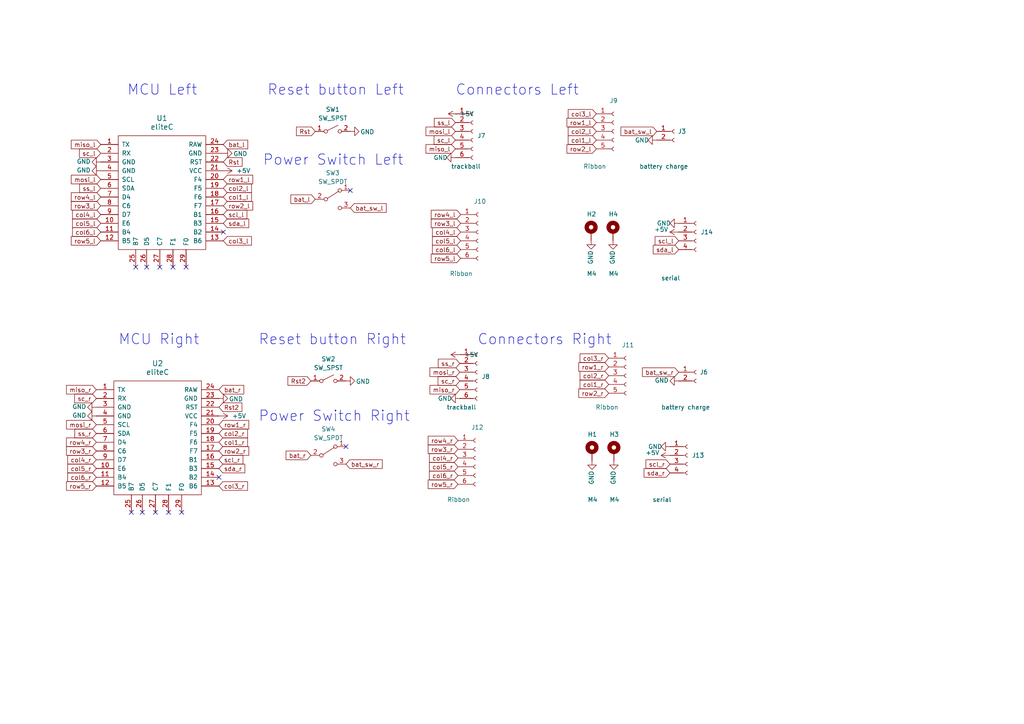
<source format=kicad_sch>
(kicad_sch (version 20230121) (generator eeschema)
  (paper "A4")
  (title_block (title "Elite-C holder") (date "2022-02-13") (rev "2.0") (company "BastardKB x KarlK90") (comment 1 "Licensed under CERN-OHL-W v2"))
  (lib_symbols
    (symbol "Connector:Conn_01x02_Female" (pin_names (offset 1.016) hide)
      (property "Reference" "J" (at 0 2.54 0))
      (property "Value" "Conn_01x02_Female" (at 0 -5.08 0))
      (symbol "Conn_01x02_Female_1_1"
        (arc (start 0 -2.032) (mid -0.5058 -2.54) (end 0 -3.048) (stroke (width 0.1524)))
        (polyline (pts (xy -1.27 -2.54) (xy -0.508 -2.54)) (stroke (width 0.1524)))
        (polyline (pts (xy -1.27 0) (xy -0.508 0)) (stroke (width 0.1524)))
        (arc (start 0 0.508) (mid -0.5058 0) (end 0 -0.508) (stroke (width 0.1524)))
        (pin passive line (at -5.08 0 0) (length 3.81) (name "Pin_1") (number "1"))
        (pin passive line (at -5.08 -2.54 0) (length 3.81) (name "Pin_2") (number "2"))
      )
    )
    (symbol "Connector:Conn_01x04_Female" (pin_names (offset 1.016) hide)
      (property "Reference" "J" (at 0 5.08 0))
      (property "Value" "Conn_01x04_Female" (at 0 -7.62 0))
      (symbol "Conn_01x04_Female_1_1"
        (arc (start 0 -4.572) (mid -0.5058 -5.08) (end 0 -5.588) (stroke (width 0.1524)))
        (arc (start 0 -2.032) (mid -0.5058 -2.54) (end 0 -3.048) (stroke (width 0.1524)))
        (polyline (pts (xy -1.27 -5.08) (xy -0.508 -5.08)) (stroke (width 0.1524)))
        (polyline (pts (xy -1.27 -2.54) (xy -0.508 -2.54)) (stroke (width 0.1524)))
        (polyline (pts (xy -1.27 0) (xy -0.508 0)) (stroke (width 0.1524)))
        (polyline (pts (xy -1.27 2.54) (xy -0.508 2.54)) (stroke (width 0.1524)))
        (arc (start 0 0.508) (mid -0.5058 0) (end 0 -0.508) (stroke (width 0.1524)))
        (arc (start 0 3.048) (mid -0.5058 2.54) (end 0 2.032) (stroke (width 0.1524)))
        (pin passive line (at -5.08 2.54 0) (length 3.81) (name "Pin_1") (number "1"))
        (pin passive line (at -5.08 0 0) (length 3.81) (name "Pin_2") (number "2"))
        (pin passive line (at -5.08 -2.54 0) (length 3.81) (name "Pin_3") (number "3"))
        (pin passive line (at -5.08 -5.08 0) (length 3.81) (name "Pin_4") (number "4"))
      )
    )
    (symbol "Connector:Conn_01x05_Female" (pin_names (offset 1.016) hide)
      (property "Reference" "J" (at 0 7.62 0))
      (property "Value" "Conn_01x05_Female" (at 0 -7.62 0))
      (symbol "Conn_01x05_Female_1_1"
        (arc (start 0 -4.572) (mid -0.5058 -5.08) (end 0 -5.588) (stroke (width 0.1524)))
        (arc (start 0 -2.032) (mid -0.5058 -2.54) (end 0 -3.048) (stroke (width 0.1524)))
        (polyline (pts (xy -1.27 -5.08) (xy -0.508 -5.08)) (stroke (width 0.1524)))
        (polyline (pts (xy -1.27 -2.54) (xy -0.508 -2.54)) (stroke (width 0.1524)))
        (polyline (pts (xy -1.27 0) (xy -0.508 0)) (stroke (width 0.1524)))
        (polyline (pts (xy -1.27 2.54) (xy -0.508 2.54)) (stroke (width 0.1524)))
        (polyline (pts (xy -1.27 5.08) (xy -0.508 5.08)) (stroke (width 0.1524)))
        (arc (start 0 0.508) (mid -0.5058 0) (end 0 -0.508) (stroke (width 0.1524)))
        (arc (start 0 3.048) (mid -0.5058 2.54) (end 0 2.032) (stroke (width 0.1524)))
        (arc (start 0 5.588) (mid -0.5058 5.08) (end 0 4.572) (stroke (width 0.1524)))
        (pin passive line (at -5.08 5.08 0) (length 3.81) (name "Pin_1") (number "1"))
        (pin passive line (at -5.08 2.54 0) (length 3.81) (name "Pin_2") (number "2"))
        (pin passive line (at -5.08 0 0) (length 3.81) (name "Pin_3") (number "3"))
        (pin passive line (at -5.08 -2.54 0) (length 3.81) (name "Pin_4") (number "4"))
        (pin passive line (at -5.08 -5.08 0) (length 3.81) (name "Pin_5") (number "5"))
      )
    )
    (symbol "Connector:Conn_01x06_Female" (pin_names (offset 1.016) hide)
      (property "Reference" "J" (at 0 7.62 0))
      (property "Value" "Conn_01x06_Female" (at 0 -10.16 0))
      (symbol "Conn_01x06_Female_1_1"
        (arc (start 0 -7.112) (mid -0.5058 -7.62) (end 0 -8.128) (stroke (width 0.1524)))
        (arc (start 0 -4.572) (mid -0.5058 -5.08) (end 0 -5.588) (stroke (width 0.1524)))
        (arc (start 0 -2.032) (mid -0.5058 -2.54) (end 0 -3.048) (stroke (width 0.1524)))
        (polyline (pts (xy -1.27 -7.62) (xy -0.508 -7.62)) (stroke (width 0.1524)))
        (polyline (pts (xy -1.27 -5.08) (xy -0.508 -5.08)) (stroke (width 0.1524)))
        (polyline (pts (xy -1.27 -2.54) (xy -0.508 -2.54)) (stroke (width 0.1524)))
        (polyline (pts (xy -1.27 0) (xy -0.508 0)) (stroke (width 0.1524)))
        (polyline (pts (xy -1.27 2.54) (xy -0.508 2.54)) (stroke (width 0.1524)))
        (polyline (pts (xy -1.27 5.08) (xy -0.508 5.08)) (stroke (width 0.1524)))
        (arc (start 0 0.508) (mid -0.5058 0) (end 0 -0.508) (stroke (width 0.1524)))
        (arc (start 0 3.048) (mid -0.5058 2.54) (end 0 2.032) (stroke (width 0.1524)))
        (arc (start 0 5.588) (mid -0.5058 5.08) (end 0 4.572) (stroke (width 0.1524)))
        (pin passive line (at -5.08 5.08 0) (length 3.81) (name "Pin_1") (number "1"))
        (pin passive line (at -5.08 2.54 0) (length 3.81) (name "Pin_2") (number "2"))
        (pin passive line (at -5.08 0 0) (length 3.81) (name "Pin_3") (number "3"))
        (pin passive line (at -5.08 -2.54 0) (length 3.81) (name "Pin_4") (number "4"))
        (pin passive line (at -5.08 -5.08 0) (length 3.81) (name "Pin_5") (number "5"))
        (pin passive line (at -5.08 -7.62 0) (length 3.81) (name "Pin_6") (number "6"))
      )
    )
    (symbol "Mechanical:MountingHole_Pad" (pin_numbers hide) (pin_names (offset 1.016) hide)
      (property "Reference" "H" (at 0 6.35 0))
      (property "Value" "MountingHole_Pad" (at 0 4.445 0))
      (symbol "MountingHole_Pad_0_1"
        (circle (center 0 1.27) (radius 1.27) (stroke (width 1.27)))
      )
      (symbol "MountingHole_Pad_1_1"
        (pin input line (at 0 -2.54 90) (length 2.54) (name "1") (number "1"))
      )
    )
    (symbol "Switch:SW_SPDT" (pin_names (offset 0) hide)
      (property "Reference" "SW" (at 0 4.318 0))
      (property "Value" "SW_SPDT" (at 0 -5.08 0))
      (symbol "SW_SPDT_0_0"
        (circle (center -2.032 0) (radius 0.508))
        (circle (center 2.032 -2.54) (radius 0.508))
      )
      (symbol "SW_SPDT_0_1"
        (polyline (pts (xy -1.524 0.254) (xy 1.651 2.286)))
        (circle (center 2.032 2.54) (radius 0.508))
      )
      (symbol "SW_SPDT_1_1"
        (pin passive line (at 5.08 2.54 180) (length 2.54) (name "A") (number "1"))
        (pin passive line (at -5.08 0 0) (length 2.54) (name "B") (number "2"))
        (pin passive line (at 5.08 -2.54 180) (length 2.54) (name "C") (number "3"))
      )
    )
    (symbol "Switch:SW_SPST" (pin_names (offset 0) hide)
      (property "Reference" "SW" (at 0 3.175 0))
      (property "Value" "SW_SPST" (at 0 -2.54 0))
      (symbol "SW_SPST_0_0"
        (circle (center -2.032 0) (radius 0.508))
        (polyline (pts (xy -1.524 0.254) (xy 1.524 1.778)))
        (circle (center 2.032 0) (radius 0.508))
      )
      (symbol "SW_SPST_1_1"
        (pin passive line (at -5.08 0 0) (length 2.54) (name "A") (number "1"))
        (pin passive line (at 5.08 0 180) (length 2.54) (name "B") (number "2"))
      )
    )
    (symbol "elite-C:eliteC" (pin_names (offset 1.016))
      (property "Reference" "U" (at 0 24.13 0))
      (property "Value" "eliteC" (at 0 -13.97 0))
      (symbol "eliteC_0_1"
        (rectangle (start -12.7 21.59) (end 12.7 -11.43))
      )
      (symbol "eliteC_1_1"
        (pin bidirectional line (at -17.78 19.05 0) (length 5.08) (name "TX") (number "1"))
        (pin bidirectional line (at -17.78 -3.81 0) (length 5.08) (name "E6") (number "10"))
        (pin bidirectional line (at -17.78 -6.35 0) (length 5.08) (name "B4") (number "11"))
        (pin bidirectional line (at -17.78 -8.89 0) (length 5.08) (name "B5") (number "12"))
        (pin bidirectional line (at 17.78 -8.89 180) (length 5.08) (name "B6") (number "13"))
        (pin bidirectional line (at 17.78 -6.35 180) (length 5.08) (name "B2") (number "14"))
        (pin bidirectional line (at 17.78 -3.81 180) (length 5.08) (name "B3") (number "15"))
        (pin bidirectional line (at 17.78 -1.27 180) (length 5.08) (name "B1") (number "16"))
        (pin bidirectional line (at 17.78 1.27 180) (length 5.08) (name "F7") (number "17"))
        (pin bidirectional line (at 17.78 3.81 180) (length 5.08) (name "F6") (number "18"))
        (pin bidirectional line (at 17.78 6.35 180) (length 5.08) (name "F5") (number "19"))
        (pin bidirectional line (at -17.78 16.51 0) (length 5.08) (name "RX") (number "2"))
        (pin bidirectional line (at 17.78 8.89 180) (length 5.08) (name "F4") (number "20"))
        (pin power_in line (at 17.78 11.43 180) (length 5.08) (name "VCC") (number "21"))
        (pin input line (at 17.78 13.97 180) (length 5.08) (name "RST") (number "22"))
        (pin power_in line (at 17.78 16.51 180) (length 5.08) (name "GND") (number "23"))
        (pin power_out line (at 17.78 19.05 180) (length 5.08) (name "RAW") (number "24"))
        (pin bidirectional line (at -7.62 -16.51 90) (length 5.08) (name "B7") (number "25"))
        (pin bidirectional line (at -4.445 -16.51 90) (length 5.08) (name "D5") (number "26"))
        (pin bidirectional line (at -0.635 -16.51 90) (length 5.08) (name "C7") (number "27"))
        (pin bidirectional line (at 3.175 -16.51 90) (length 5.08) (name "F1") (number "28"))
        (pin bidirectional line (at 6.985 -16.51 90) (length 5.08) (name "F0") (number "29"))
        (pin power_in line (at -17.78 13.97 0) (length 5.08) (name "GND") (number "3"))
        (pin power_in line (at -17.78 11.43 0) (length 5.08) (name "GND") (number "4"))
        (pin bidirectional line (at -17.78 8.89 0) (length 5.08) (name "SCL") (number "5"))
        (pin bidirectional line (at -17.78 6.35 0) (length 5.08) (name "SDA") (number "6"))
        (pin bidirectional line (at -17.78 3.81 0) (length 5.08) (name "D4") (number "7"))
        (pin bidirectional line (at -17.78 1.27 0) (length 5.08) (name "C6") (number "8"))
        (pin bidirectional line (at -17.78 -1.27 0) (length 5.08) (name "D7") (number "9"))
      )
    )
    (symbol "power:+5V" (power) (pin_names (offset 0))
      (property "Value" "+5V" (at 0 3.556 0))
      (symbol "+5V_0_1"
        (polyline (pts (xy -0.762 1.27) (xy 0 2.54)))
        (polyline (pts (xy 0 0) (xy 0 2.54)))
        (polyline (pts (xy 0 2.54) (xy 0.762 1.27)))
      )
      (symbol "+5V_1_1"
        (pin power_in line (at 0 0 90) (length 0) hide (name "+5V") (number "1"))
      )
    )
    (symbol "power:GND" (power) (pin_names (offset 0))
      (property "Value" "GND" (at 0 -3.81 0))
      (symbol "GND_0_1"
        (polyline (pts (xy 0 0) (xy 0 -1.27) (xy 1.27 -1.27) (xy 0 -2.54) (xy -1.27 -1.27) (xy 0 -1.27)))
      )
      (symbol "GND_1_1"
        (pin power_in line (at 0 0 270) (length 0) hide (name "GND") (number "1"))
      )
    )
  )
  (no_connect (at 63.5 138.43))
  (no_connect (at 100.33 129.54))
  (no_connect (at 45.085 148.59))
  (no_connect (at 50.165 77.47))
  (no_connect (at 101.6 55.245))
  (no_connect (at 52.705 148.59))
  (no_connect (at 53.975 77.47))
  (no_connect (at 42.545 77.47))
  (no_connect (at 38.1 148.59))
  (no_connect (at 48.895 148.59))
  (no_connect (at 64.77 67.31))
  (no_connect (at 41.275 148.59))
  (no_connect (at 46.355 77.47))
  (no_connect (at 39.37 77.47))
  (wire (pts (xy 132.08 33.02) (xy 132.588 33.02)))
  (text "Power Switch Right" (at 74.93 122.555 0) (effects (font (size 3 3)) (justify left bottom)))
  (text "Reset button Left" (at 77.47 27.94 0) (effects (font (size 3 3)) (justify left bottom)))
  (text "Power Switch Left" (at 76.2 48.26 0) (effects (font (size 3 3)) (justify left bottom)))
  (text "Connectors Left" (at 132.08 27.94 0) (effects (font (size 3 3)) (justify left bottom)))
  (text "Reset button Right" (at 74.93 100.33 0) (effects (font (size 3 3)) (justify left bottom)))
  (text "MCU Left" (at 36.83 27.94 0) (effects (font (size 3 3)) (justify left bottom)))
  (text "MCU Right" (at 34.29 100.33 0) (effects (font (size 3 3)) (justify left bottom)))
  (text "Connectors Right" (at 138.43 100.33 0) (effects (font (size 3 3)) (justify left bottom)))
  (global_label "sc_l" (shape input) (at 132.08 40.64 180) (property "Intersheetrefs" "${INTERSHEET_REFS}" (effects hide)))
  (global_label "miso_r" (shape input) (at 133.35 113.03 180) (property "Intersheetrefs" "${INTERSHEET_REFS}" (effects hide)))
  (global_label "col2_r" (shape input) (at 63.5 125.73 0) (property "Intersheetrefs" "${INTERSHEET_REFS}" (effects hide)))
  (global_label "row4_r" (shape input) (at 27.94 128.27 180) (property "Intersheetrefs" "${INTERSHEET_REFS}" (effects hide)))
  (global_label "ss_r" (shape input) (at 27.94 125.73 180) (property "Intersheetrefs" "${INTERSHEET_REFS}" (effects hide)))
  (global_label "col5_l" (shape input) (at 29.21 64.77 180) (property "Intersheetrefs" "${INTERSHEET_REFS}" (effects hide)))
  (global_label "row1_r" (shape input) (at 176.53 106.426 180) (property "Intersheetrefs" "${INTERSHEET_REFS}" (effects hide)))
  (global_label "scl_r" (shape input) (at 194.31 134.62 180) (property "Intersheetrefs" "${INTERSHEET_REFS}" (effects hide)))
  (global_label "col6_l" (shape input) (at 133.604 72.39 180) (property "Intersheetrefs" "${INTERSHEET_REFS}" (effects hide)))
  (global_label "bat_sw_r" (shape input) (at 100.33 134.62 0) (property "Intersheetrefs" "${INTERSHEET_REFS}" (effects hide)))
  (global_label "row2_l" (shape input) (at 64.77 59.69 0) (property "Intersheetrefs" "${INTERSHEET_REFS}" (effects hide)))
  (global_label "col1_l" (shape input) (at 64.77 57.15 0) (property "Intersheetrefs" "${INTERSHEET_REFS}" (effects hide)))
  (global_label "col1_r" (shape input) (at 176.53 111.506 180) (property "Intersheetrefs" "${INTERSHEET_REFS}" (effects hide)))
  (global_label "row1_r" (shape input) (at 63.5 123.19 0) (property "Intersheetrefs" "${INTERSHEET_REFS}" (effects hide)))
  (global_label "mosi_r" (shape input) (at 27.94 123.19 180) (property "Intersheetrefs" "${INTERSHEET_REFS}" (effects hide)))
  (global_label "sda_l" (shape input) (at 64.77 64.77 0) (property "Intersheetrefs" "${INTERSHEET_REFS}" (effects hide)))
  (global_label "row3_r" (shape input) (at 27.94 130.81 180) (property "Intersheetrefs" "${INTERSHEET_REFS}" (effects hide)))
  (global_label "col1_l" (shape input) (at 172.974 40.64 180) (property "Intersheetrefs" "${INTERSHEET_REFS}" (effects hide)))
  (global_label "sda_r" (shape input) (at 63.5 135.89 0) (property "Intersheetrefs" "${INTERSHEET_REFS}" (effects hide)))
  (global_label "col4_r" (shape input) (at 27.94 133.35 180) (property "Intersheetrefs" "${INTERSHEET_REFS}" (effects hide)))
  (global_label "row3_l" (shape input) (at 29.21 59.69 180) (property "Intersheetrefs" "${INTERSHEET_REFS}" (effects hide)))
  (global_label "row4_l" (shape input) (at 29.21 57.15 180) (property "Intersheetrefs" "${INTERSHEET_REFS}" (effects hide)))
  (global_label "col6_r" (shape input) (at 27.94 138.43 180) (property "Intersheetrefs" "${INTERSHEET_REFS}" (effects hide)))
  (global_label "col2_l" (shape input) (at 64.77 54.61 0) (property "Intersheetrefs" "${INTERSHEET_REFS}" (effects hide)))
  (global_label "row2_r" (shape input) (at 63.5 130.81 0) (property "Intersheetrefs" "${INTERSHEET_REFS}" (effects hide)))
  (global_label "row3_r" (shape input) (at 132.842 130.302 180) (property "Intersheetrefs" "${INTERSHEET_REFS}" (effects hide)))
  (global_label "Rst2" (shape input) (at 63.5 118.11 0) (property "Intersheetrefs" "${INTERSHEET_REFS}" (effects hide)))
  (global_label "col5_r" (shape input) (at 27.94 135.89 180) (property "Intersheetrefs" "${INTERSHEET_REFS}" (effects hide)))
  (global_label "row5_l" (shape input) (at 29.21 69.85 180) (property "Intersheetrefs" "${INTERSHEET_REFS}" (effects hide)))
  (global_label "miso_r" (shape input) (at 27.94 113.03 180) (property "Intersheetrefs" "${INTERSHEET_REFS}" (effects hide)))
  (global_label "ss_r" (shape input) (at 133.35 105.41 180) (property "Intersheetrefs" "${INTERSHEET_REFS}" (effects hide)))
  (global_label "row5_l" (shape input) (at 133.604 74.93 180) (property "Intersheetrefs" "${INTERSHEET_REFS}" (effects hide)))
  (global_label "bat_l" (shape input) (at 64.77 41.91 0) (property "Intersheetrefs" "${INTERSHEET_REFS}" (effects hide)))
  (global_label "col5_l" (shape input) (at 133.604 69.85 180) (property "Intersheetrefs" "${INTERSHEET_REFS}" (effects hide)))
  (global_label "row4_r" (shape input) (at 132.842 127.762 180) (property "Intersheetrefs" "${INTERSHEET_REFS}" (effects hide)))
  (global_label "Rst" (shape input) (at 91.44 38.1 180) (property "Intersheetrefs" "${INTERSHEET_REFS}" (effects hide)))
  (global_label "mosi_r" (shape input) (at 133.35 107.95 180) (property "Intersheetrefs" "${INTERSHEET_REFS}" (effects hide)))
  (global_label "bat_r" (shape input) (at 90.17 132.08 180) (property "Intersheetrefs" "${INTERSHEET_REFS}" (effects hide)))
  (global_label "bat_sw_l" (shape input) (at 190.5 38.1 180) (property "Intersheetrefs" "${INTERSHEET_REFS}" (effects hide)))
  (global_label "row1_l" (shape input) (at 172.974 35.56 180) (property "Intersheetrefs" "${INTERSHEET_REFS}" (effects hide)))
  (global_label "col3_l" (shape input) (at 64.77 69.85 0) (property "Intersheetrefs" "${INTERSHEET_REFS}" (effects hide)))
  (global_label "col3_r" (shape input) (at 176.53 103.886 180) (property "Intersheetrefs" "${INTERSHEET_REFS}" (effects hide)))
  (global_label "bat_sw_l" (shape input) (at 101.6 60.325 0) (property "Intersheetrefs" "${INTERSHEET_REFS}" (effects hide)))
  (global_label "ss_l" (shape input) (at 29.21 54.61 180) (property "Intersheetrefs" "${INTERSHEET_REFS}" (effects hide)))
  (global_label "sda_r" (shape input) (at 194.31 137.16 180) (property "Intersheetrefs" "${INTERSHEET_REFS}" (effects hide)))
  (global_label "miso_l" (shape input) (at 29.21 41.91 180) (property "Intersheetrefs" "${INTERSHEET_REFS}" (effects hide)))
  (global_label "row2_l" (shape input) (at 172.974 43.18 180) (property "Intersheetrefs" "${INTERSHEET_REFS}" (effects hide)))
  (global_label "sc_l" (shape input) (at 29.21 44.45 180) (property "Intersheetrefs" "${INTERSHEET_REFS}" (effects hide)))
  (global_label "sc_r" (shape input) (at 133.35 110.49 180) (property "Intersheetrefs" "${INTERSHEET_REFS}" (effects hide)))
  (global_label "sda_l" (shape input) (at 196.85 72.39 180) (property "Intersheetrefs" "${INTERSHEET_REFS}" (effects hide)))
  (global_label "col6_l" (shape input) (at 29.21 67.31 180) (property "Intersheetrefs" "${INTERSHEET_REFS}" (effects hide)))
  (global_label "row3_l" (shape input) (at 133.604 64.77 180) (property "Intersheetrefs" "${INTERSHEET_REFS}" (effects hide)))
  (global_label "ss_l" (shape input) (at 132.08 35.56 180) (property "Intersheetrefs" "${INTERSHEET_REFS}" (effects hide)))
  (global_label "row1_l" (shape input) (at 64.77 52.07 0) (property "Intersheetrefs" "${INTERSHEET_REFS}" (effects hide)))
  (global_label "col3_l" (shape input) (at 172.974 33.02 180) (property "Intersheetrefs" "${INTERSHEET_REFS}" (effects hide)))
  (global_label "scl_l" (shape input) (at 196.85 69.85 180) (property "Intersheetrefs" "${INTERSHEET_REFS}" (effects hide)))
  (global_label "row5_r" (shape input) (at 132.842 140.462 180) (property "Intersheetrefs" "${INTERSHEET_REFS}" (effects hide)))
  (global_label "col3_r" (shape input) (at 63.5 140.97 0) (property "Intersheetrefs" "${INTERSHEET_REFS}" (effects hide)))
  (global_label "Rst2" (shape input) (at 90.17 110.49 180) (property "Intersheetrefs" "${INTERSHEET_REFS}" (effects hide)))
  (global_label "bat_r" (shape input) (at 63.5 113.03 0) (property "Intersheetrefs" "${INTERSHEET_REFS}" (effects hide)))
  (global_label "Rst" (shape input) (at 64.77 46.99 0) (property "Intersheetrefs" "${INTERSHEET_REFS}" (effects hide)))
  (global_label "scl_r" (shape input) (at 63.5 133.35 0) (property "Intersheetrefs" "${INTERSHEET_REFS}" (effects hide)))
  (global_label "row2_r" (shape input) (at 176.53 114.046 180) (property "Intersheetrefs" "${INTERSHEET_REFS}" (effects hide)))
  (global_label "row4_l" (shape input) (at 133.604 62.23 180) (property "Intersheetrefs" "${INTERSHEET_REFS}" (effects hide)))
  (global_label "col6_r" (shape input) (at 132.842 137.922 180) (property "Intersheetrefs" "${INTERSHEET_REFS}" (effects hide)))
  (global_label "col1_r" (shape input) (at 63.5 128.27 0) (property "Intersheetrefs" "${INTERSHEET_REFS}" (effects hide)))
  (global_label "row5_r" (shape input) (at 27.94 140.97 180) (property "Intersheetrefs" "${INTERSHEET_REFS}" (effects hide)))
  (global_label "col2_r" (shape input) (at 176.53 108.966 180) (property "Intersheetrefs" "${INTERSHEET_REFS}" (effects hide)))
  (global_label "mosi_l" (shape input) (at 29.21 52.07 180) (property "Intersheetrefs" "${INTERSHEET_REFS}" (effects hide)))
  (global_label "bat_sw_r" (shape input) (at 196.85 107.95 180) (property "Intersheetrefs" "${INTERSHEET_REFS}" (effects hide)))
  (global_label "sc_r" (shape input) (at 27.94 115.57 180) (property "Intersheetrefs" "${INTERSHEET_REFS}" (effects hide)))
  (global_label "bat_l" (shape input) (at 91.44 57.785 180) (property "Intersheetrefs" "${INTERSHEET_REFS}" (effects hide)))
  (global_label "miso_l" (shape input) (at 132.08 43.18 180) (property "Intersheetrefs" "${INTERSHEET_REFS}" (effects hide)))
  (global_label "col4_r" (shape input) (at 132.842 132.842 180) (property "Intersheetrefs" "${INTERSHEET_REFS}" (effects hide)))
  (global_label "scl_l" (shape input) (at 64.77 62.23 0) (property "Intersheetrefs" "${INTERSHEET_REFS}" (effects hide)))
  (global_label "col5_r" (shape input) (at 132.842 135.382 180) (property "Intersheetrefs" "${INTERSHEET_REFS}" (effects hide)))
  (global_label "col4_l" (shape input) (at 133.604 67.31 180) (property "Intersheetrefs" "${INTERSHEET_REFS}" (effects hide)))
  (global_label "mosi_l" (shape input) (at 132.08 38.1 180) (property "Intersheetrefs" "${INTERSHEET_REFS}" (effects hide)))
  (global_label "col2_l" (shape input) (at 172.974 38.1 180) (property "Intersheetrefs" "${INTERSHEET_REFS}" (effects hide)))
  (global_label "col4_l" (shape input) (at 29.21 62.23 180) (property "Intersheetrefs" "${INTERSHEET_REFS}" (effects hide)))
  (symbol (lib_id "power:GND") (at 27.94 118.11 270) (unit 1)
    (property "Reference" "#PWR0101" (effects hide))
    (property "Value" "GND" (at 20.9551 117.954 90) (effects (justify left)))
  )
  (symbol (lib_id "Switch:SW_SPST") (at 96.52 38.1 0) (unit 1)
    (property "Reference" "SW1" (at 96.52 31.75 0))
    (property "Value" "SW_SPST" (at 96.52 34.29 0))
    (property "Footprint" "Library:PushSwitch" (effects hide))
  )
  (symbol (lib_id "elite-C:eliteC") (at 46.99 60.96 0) (unit 1)
    (property "Reference" "U1" (at 46.99 34.29 0) (effects (font (size 1.524 1.524))))
    (property "Value" "eliteC" (at 46.99 36.83 0) (effects (font (size 1.524 1.524))))
    (property "Footprint" "Library:Elite-C" (effects hide))
  )
  (symbol (lib_id "power:GND") (at 101.6 38.1 90) (unit 1)
    (property "Reference" "#PWR0120" (effects hide))
    (property "Value" "GND" (at 108.5849 38.256 90) (effects (justify left)))
  )
  (symbol (lib_id "Mechanical:MountingHole_Pad") (at 171.45 67.183 0) (unit 1)
    (property "Reference" "H2" (at 170.18 62.103 0) (effects (justify left)))
    (property "Value" "M4" (at 170.18 79.375 0) (effects (justify left)))
    (property "Footprint" "Library:MountingHole_4mm_Pad_thin" (effects hide))
  )
  (symbol (lib_id "power:+5V") (at 133.35 102.87 90) (unit 1)
    (property "Reference" "#PWR0110" (effects hide))
    (property "Value" "+5V" (at 134.62 102.87 90) (effects (justify right)))
  )
  (symbol (lib_id "Connector:Conn_01x06_Female") (at 138.43 107.95 0) (unit 1)
    (property "Reference" "J8" (at 139.7 109.22 0) (effects (justify left)))
    (property "Value" "trackball" (at 129.54 118.11 0) (effects (justify left)))
    (property "Footprint" "Library:6_PinHeader" (effects hide))
  )
  (symbol (lib_id "elite-C:eliteC") (at 45.72 132.08 0) (unit 1)
    (property "Reference" "U2" (at 45.72 105.41 0) (effects (font (size 1.524 1.524))))
    (property "Value" "eliteC" (at 45.72 107.95 0) (effects (font (size 1.524 1.524))))
    (property "Footprint" "Library:Elite-C" (effects hide))
  )
  (symbol (lib_id "power:GND") (at 100.33 110.49 90) (unit 1)
    (property "Reference" "#PWR0109" (effects hide))
    (property "Value" "GND" (at 107.3149 110.646 90) (effects (justify left)))
  )
  (symbol (lib_id "power:GND") (at 194.31 129.54 270) (unit 1)
    (property "Reference" "#PWR0121" (effects hide))
    (property "Value" "GND" (at 187.96 129.54 90) (effects (justify left)))
  )
  (symbol (lib_id "Connector:Conn_01x02_Female") (at 201.93 107.95 0) (unit 1)
    (property "Reference" "J6" (at 202.946 107.9499 0) (effects (justify left)))
    (property "Value" "battery charge" (at 191.77 118.11 0) (effects (justify left)))
    (property "Footprint" "Connector_JST:JST_PH_B2B-PH-K_1x02_P2.00mm_Vertical" (effects hide))
  )
  (symbol (lib_id "Connector:Conn_01x05_Female") (at 181.61 108.966 0) (unit 1)
    (property "Reference" "J11" (at 180.34 100.076 0) (effects (justify left)))
    (property "Value" "Ribbon" (at 172.72 118.11 0) (effects (justify left)))
    (property "Footprint" "Library:5_PinHeader" (effects hide))
  )
  (symbol (lib_id "power:+5V") (at 132.588 33.02 90) (unit 1)
    (property "Reference" "#PWR0115" (effects hide))
    (property "Value" "+5V" (at 133.35 33.02 90) (effects (justify right)))
  )
  (symbol (lib_id "power:GND") (at 64.77 44.45 90) (unit 1)
    (property "Reference" "#PWR0117" (effects hide))
    (property "Value" "GND" (at 71.7549 44.606 90) (effects (justify left)))
  )
  (symbol (lib_id "power:GND") (at 171.45 69.723 0) (unit 1)
    (property "Reference" "#PWR0129" (effects hide))
    (property "Value" "GND" (at 171.294 76.7079 90) (effects (justify left)))
  )
  (symbol (lib_id "Connector:Conn_01x04_Female") (at 199.39 132.08 0) (unit 1)
    (property "Reference" "J13" (at 200.66 132.0799 0) (effects (justify left)))
    (property "Value" "serial" (at 189.23 144.907 0) (effects (justify left)))
    (property "Footprint" "Library:PinHeader_1x04_P2.54mm_Vertical" (effects hide))
  )
  (symbol (lib_id "power:+5V") (at 194.31 132.08 90) (unit 1)
    (property "Reference" "#PWR0131" (effects hide))
    (property "Value" "+5V" (at 187.198 131.318 90) (effects (justify right)))
  )
  (symbol (lib_id "power:GND") (at 190.5 40.64 270) (unit 1)
    (property "Reference" "#PWR0108" (effects hide))
    (property "Value" "GND" (at 184.15 40.64 90) (effects (justify left)))
  )
  (symbol (lib_id "Mechanical:MountingHole_Pad") (at 177.8 67.183 0) (unit 1)
    (property "Reference" "H4" (at 176.53 62.103 0) (effects (justify left)))
    (property "Value" "M4" (at 176.53 79.375 0) (effects (justify left)))
    (property "Footprint" "Library:MountingHole_4mm_Pad_thin" (effects hide))
  )
  (symbol (lib_id "Mechanical:MountingHole_Pad") (at 171.704 131.064 0) (unit 1)
    (property "Reference" "H1" (at 170.434 125.984 0) (effects (justify left)))
    (property "Value" "M4" (at 170.434 144.907 0) (effects (justify left)))
    (property "Footprint" "Library:MountingHole_4mm_Pad_thin" (effects hide))
  )
  (symbol (lib_id "power:GND") (at 63.5 115.57 90) (unit 1)
    (property "Reference" "#PWR0112" (effects hide))
    (property "Value" "GND" (at 70.4849 115.726 90) (effects (justify left)))
  )
  (symbol (lib_id "Connector:Conn_01x02_Female") (at 195.58 38.1 0) (unit 1)
    (property "Reference" "J3" (at 196.596 38.0999 0) (effects (justify left)))
    (property "Value" "battery charge" (at 185.42 48.26 0) (effects (justify left)))
    (property "Footprint" "Connector_JST:JST_PH_B2B-PH-K_1x02_P2.00mm_Vertical" (effects hide))
  )
  (symbol (lib_id "power:GND") (at 27.94 120.65 270) (unit 1)
    (property "Reference" "#PWR0107" (effects hide))
    (property "Value" "GND" (at 20.9551 120.494 90) (effects (justify left)))
  )
  (symbol (lib_id "Connector:Conn_01x06_Female") (at 137.922 132.842 0) (unit 1)
    (property "Reference" "J12" (at 136.652 123.952 0) (effects (justify left)))
    (property "Value" "Ribbon" (at 129.667 144.907 0) (effects (justify left)))
    (property "Footprint" "Library:6_PinHeader" (effects hide))
  )
  (symbol (lib_id "Switch:SW_SPST") (at 95.25 110.49 0) (unit 1)
    (property "Reference" "SW2" (at 95.25 104.14 0))
    (property "Value" "SW_SPST" (at 95.25 106.68 0))
    (property "Footprint" "Library:PushSwitch" (effects hide))
  )
  (symbol (lib_id "power:GND") (at 171.704 133.604 0) (unit 1)
    (property "Reference" "#PWR0134" (effects hide))
    (property "Value" "GND" (at 171.548 140.5889 90) (effects (justify left)))
  )
  (symbol (lib_id "power:GND") (at 133.35 115.57 270) (unit 1)
    (property "Reference" "#PWR0111" (effects hide))
    (property "Value" "GND" (at 127 115.57 90) (effects (justify left)))
  )
  (symbol (lib_id "power:GND") (at 196.85 110.49 270) (unit 1)
    (property "Reference" "#PWR0106" (effects hide))
    (property "Value" "GND" (at 189.8651 110.334 90) (effects (justify left)))
  )
  (symbol (lib_id "Switch:SW_SPDT") (at 96.52 57.785 0) (unit 1)
    (property "Reference" "SW3" (at 96.52 50.165 0))
    (property "Value" "SW_SPDT" (at 96.52 52.705 0))
    (property "Footprint" "Library:SW_SPDT+H-MSK12C01_hor(7pin_SMD)" (effects hide))
  )
  (symbol (lib_id "Connector:Conn_01x04_Female") (at 201.93 67.31 0) (unit 1)
    (property "Reference" "J14" (at 203.2 67.3099 0) (effects (justify left)))
    (property "Value" "serial" (at 191.77 80.645 0) (effects (justify left)))
    (property "Footprint" "Library:PinHeader_1x04_P2.54mm_Vertical" (effects hide))
  )
  (symbol (lib_id "power:+5V") (at 63.5 120.65 270) (unit 1)
    (property "Reference" "#PWR0113" (effects hide))
    (property "Value" "+5V" (at 67.31 120.6499 90) (effects (justify left)))
  )
  (symbol (lib_id "Mechanical:MountingHole_Pad") (at 178.054 131.064 0) (unit 1)
    (property "Reference" "H3" (at 176.784 125.984 0) (effects (justify left)))
    (property "Value" "M4" (at 176.784 144.907 0) (effects (justify left)))
    (property "Footprint" "Library:MountingHole_4mm_Pad_thin" (effects hide))
  )
  (symbol (lib_id "power:+5V") (at 64.77 49.53 270) (unit 1)
    (property "Reference" "#PWR0116" (effects hide))
    (property "Value" "+5V" (at 68.58 49.5299 90) (effects (justify left)))
  )
  (symbol (lib_id "Connector:Conn_01x05_Female") (at 178.054 38.1 0) (unit 1)
    (property "Reference" "J9" (at 176.784 29.21 0) (effects (justify left)))
    (property "Value" "Ribbon" (at 169.164 48.26 0) (effects (justify left)))
    (property "Footprint" "Library:5_PinHeader" (effects hide))
  )
  (symbol (lib_id "power:GND") (at 196.85 64.77 270) (unit 1)
    (property "Reference" "#PWR0135" (effects hide))
    (property "Value" "GND" (at 190.5 64.77 90) (effects (justify left)))
  )
  (symbol (lib_id "Connector:Conn_01x06_Female") (at 137.16 38.1 0) (unit 1)
    (property "Reference" "J7" (at 138.43 39.37 0) (effects (justify left)))
    (property "Value" "trackball" (at 130.81 48.26 0) (effects (justify left)))
    (property "Footprint" "Library:6_PinHeader" (effects hide))
  )
  (symbol (lib_id "Switch:SW_SPDT") (at 95.25 132.08 0) (unit 1)
    (property "Reference" "SW4" (at 95.25 124.46 0))
    (property "Value" "SW_SPDT" (at 95.25 127 0))
    (property "Footprint" "Library:SW_SPDT+H-MSK12C01_hor(7pin_SMD)" (effects hide))
  )
  (symbol (lib_id "power:GND") (at 177.8 69.723 0) (unit 1)
    (property "Reference" "#PWR0130" (effects hide))
    (property "Value" "GND" (at 177.644 76.7079 90) (effects (justify left)))
  )
  (symbol (lib_id "power:+5V") (at 196.85 67.31 90) (unit 1)
    (property "Reference" "#PWR0136" (effects hide))
    (property "Value" "+5V" (at 189.738 66.548 90) (effects (justify right)))
  )
  (symbol (lib_id "power:GND") (at 132.08 45.72 270) (unit 1)
    (property "Reference" "#PWR0114" (effects hide))
    (property "Value" "GND" (at 125.73 45.72 90) (effects (justify left)))
  )
  (symbol (lib_id "Connector:Conn_01x06_Female") (at 138.684 67.31 0) (unit 1)
    (property "Reference" "J10" (at 137.414 58.42 0) (effects (justify left)))
    (property "Value" "Ribbon" (at 130.429 79.375 0) (effects (justify left)))
    (property "Footprint" "Library:6_PinHeader" (effects hide))
  )
  (symbol (lib_id "power:GND") (at 29.21 46.99 270) (unit 1)
    (property "Reference" "#PWR0118" (effects hide))
    (property "Value" "GND" (at 22.2251 46.834 90) (effects (justify left)))
  )
  (symbol (lib_id "power:GND") (at 178.054 133.604 0) (unit 1)
    (property "Reference" "#PWR0133" (effects hide))
    (property "Value" "GND" (at 177.898 140.5889 90) (effects (justify left)))
  )
  (symbol (lib_id "power:GND") (at 29.21 49.53 270) (unit 1)
    (property "Reference" "#PWR0119" (effects hide))
    (property "Value" "GND" (at 22.2251 49.374 90) (effects (justify left)))
  )
)
</source>
